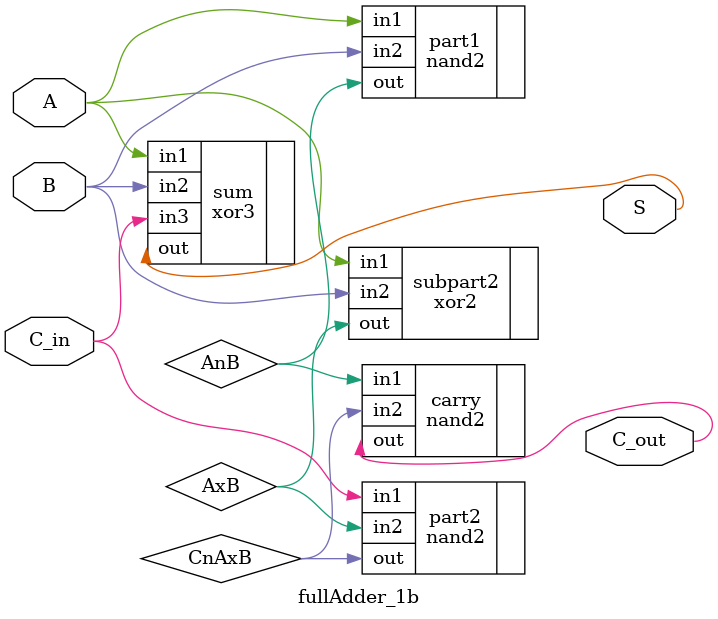
<source format=v>
/*
    CS/ECE 552 Spring '19
    Homework #3, Problem 2
    
    a 1-bit full adder
*/
module fullAdder_1b(A, B, C_in, S, C_out);
    input  A, B;
    input  C_in;
    output S;
    output C_out;

    // YOUR CODE HERE
    wire AnB, AxB, CnAxB;

    //find Sum
    xor3 sum(.in1(A), .in2(B), .in3(C_in), .out(S));

    //find Cout
    nand2 part1(.in1(A), .in2(B), .out(AnB));
    xor2 subpart2(.in1(A), .in2(B), .out(AxB));
    nand2 part2(.in1(C_in), .in2(AxB), .out(CnAxB));
    nand2 carry(.in1(AnB), .in2(CnAxB), .out(C_out));

endmodule

</source>
